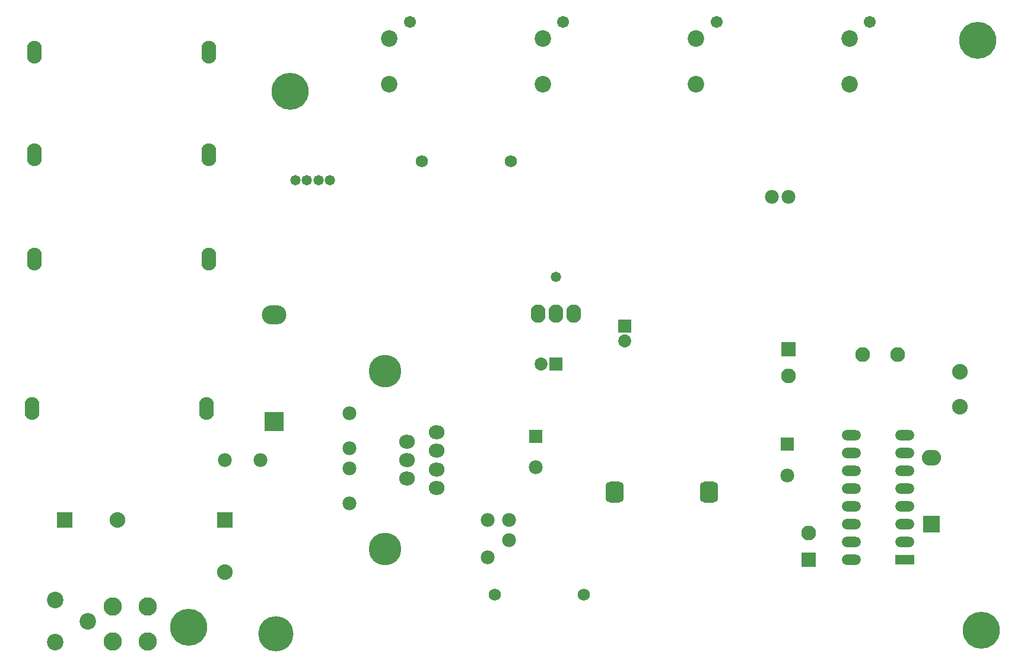
<source format=gbs>
G04 Layer_Color=16711935*
%FSLAX25Y25*%
%MOIN*%
G70*
G01*
G75*
%ADD50R,0.08800X0.08800*%
%ADD51C,0.08800*%
%ADD52R,0.08800X0.08800*%
%ADD53C,0.09300*%
%ADD54C,0.06706*%
%ADD55R,0.10800X0.10800*%
%ADD56O,0.13800X0.10800*%
%ADD57C,0.07800*%
%ADD58O,0.08300X0.12800*%
%ADD59C,0.18300*%
G04:AMPARAMS|DCode=60|XSize=103mil|YSize=118mil|CornerRadius=27.75mil|HoleSize=0mil|Usage=FLASHONLY|Rotation=0.000|XOffset=0mil|YOffset=0mil|HoleType=Round|Shape=RoundedRectangle|*
%AMROUNDEDRECTD60*
21,1,0.10300,0.06250,0,0,0.0*
21,1,0.04750,0.11800,0,0,0.0*
1,1,0.05550,0.02375,-0.03125*
1,1,0.05550,-0.02375,-0.03125*
1,1,0.05550,-0.02375,0.03125*
1,1,0.05550,0.02375,0.03125*
%
%ADD60ROUNDEDRECTD60*%
%ADD61C,0.06800*%
%ADD62C,0.20800*%
%ADD63C,0.10300*%
%ADD64C,0.19800*%
%ADD65O,0.08800X0.07800*%
%ADD66R,0.10800X0.05800*%
%ADD67O,0.10800X0.05800*%
%ADD68O,0.08300X0.10300*%
%ADD69C,0.08300*%
%ADD70R,0.08300X0.08300*%
%ADD71O,0.10800X0.08800*%
%ADD72R,0.09300X0.09300*%
%ADD73R,0.07300X0.07300*%
%ADD74C,0.07300*%
%ADD75R,0.07300X0.07300*%
%ADD76R,0.07800X0.07800*%
%ADD77C,0.05800*%
D50*
X25000Y76000D02*
D03*
D51*
X54500D02*
D03*
X115000Y46500D02*
D03*
X528000Y159185D02*
D03*
Y139500D02*
D03*
D52*
X115000Y76000D02*
D03*
D53*
X207449Y320955D02*
D03*
Y346545D02*
D03*
X293616Y320955D02*
D03*
Y346545D02*
D03*
X379782Y320955D02*
D03*
Y346545D02*
D03*
X465949Y320955D02*
D03*
Y346545D02*
D03*
X19500Y7200D02*
D03*
X38000Y19000D02*
D03*
X19500Y30800D02*
D03*
D54*
X218945Y355797D02*
D03*
X305112D02*
D03*
X391278D02*
D03*
X477445D02*
D03*
D55*
X142500Y131250D02*
D03*
D56*
Y191250D02*
D03*
D57*
X422200Y257500D02*
D03*
X431800D02*
D03*
X262500Y55000D02*
D03*
Y76000D02*
D03*
X185000Y85200D02*
D03*
Y105000D02*
D03*
Y136000D02*
D03*
Y116200D02*
D03*
X115000Y109500D02*
D03*
X135000D02*
D03*
X274500Y64500D02*
D03*
Y76000D02*
D03*
X431000Y101000D02*
D03*
X289500Y105500D02*
D03*
D58*
X104500Y138500D02*
D03*
X6500D02*
D03*
X106000Y222500D02*
D03*
X8000D02*
D03*
X106000Y281250D02*
D03*
X8000D02*
D03*
Y339000D02*
D03*
X106000D02*
D03*
D59*
X205000Y59500D02*
D03*
Y159500D02*
D03*
D60*
X387000Y91500D02*
D03*
X334000D02*
D03*
D61*
X316500Y34000D02*
D03*
X266500D02*
D03*
X275500Y277500D02*
D03*
X225500D02*
D03*
D62*
X94500Y15500D02*
D03*
X540000Y14000D02*
D03*
X538000Y345500D02*
D03*
X151500Y317000D02*
D03*
D63*
X52000Y27185D02*
D03*
X71685D02*
D03*
X52000Y7500D02*
D03*
X71685D02*
D03*
D64*
X143500Y12000D02*
D03*
D65*
X234100Y93825D02*
D03*
Y104275D02*
D03*
Y125175D02*
D03*
Y114725D02*
D03*
X217450Y109500D02*
D03*
Y119950D02*
D03*
Y99050D02*
D03*
D66*
X497000Y53500D02*
D03*
D67*
Y63500D02*
D03*
Y73500D02*
D03*
Y83500D02*
D03*
Y93500D02*
D03*
Y103500D02*
D03*
Y113500D02*
D03*
Y123500D02*
D03*
X467000Y53500D02*
D03*
Y63500D02*
D03*
Y73500D02*
D03*
Y83500D02*
D03*
Y93500D02*
D03*
Y103500D02*
D03*
Y113500D02*
D03*
Y123500D02*
D03*
D68*
X291000Y192000D02*
D03*
X301000D02*
D03*
X311000D02*
D03*
D69*
X431500Y157000D02*
D03*
X443000Y68500D02*
D03*
X473315Y169000D02*
D03*
X493000D02*
D03*
D70*
X431500Y172000D02*
D03*
X443000Y53500D02*
D03*
D71*
X512000Y110975D02*
D03*
D72*
Y73475D02*
D03*
D73*
X301000Y163500D02*
D03*
D74*
X292500D02*
D03*
X339500Y176500D02*
D03*
D75*
Y185000D02*
D03*
D76*
X431000Y118500D02*
D03*
X289500Y123000D02*
D03*
D77*
X301000Y212500D02*
D03*
X154500Y267000D02*
D03*
X174000D02*
D03*
X161000D02*
D03*
X167500D02*
D03*
M02*

</source>
